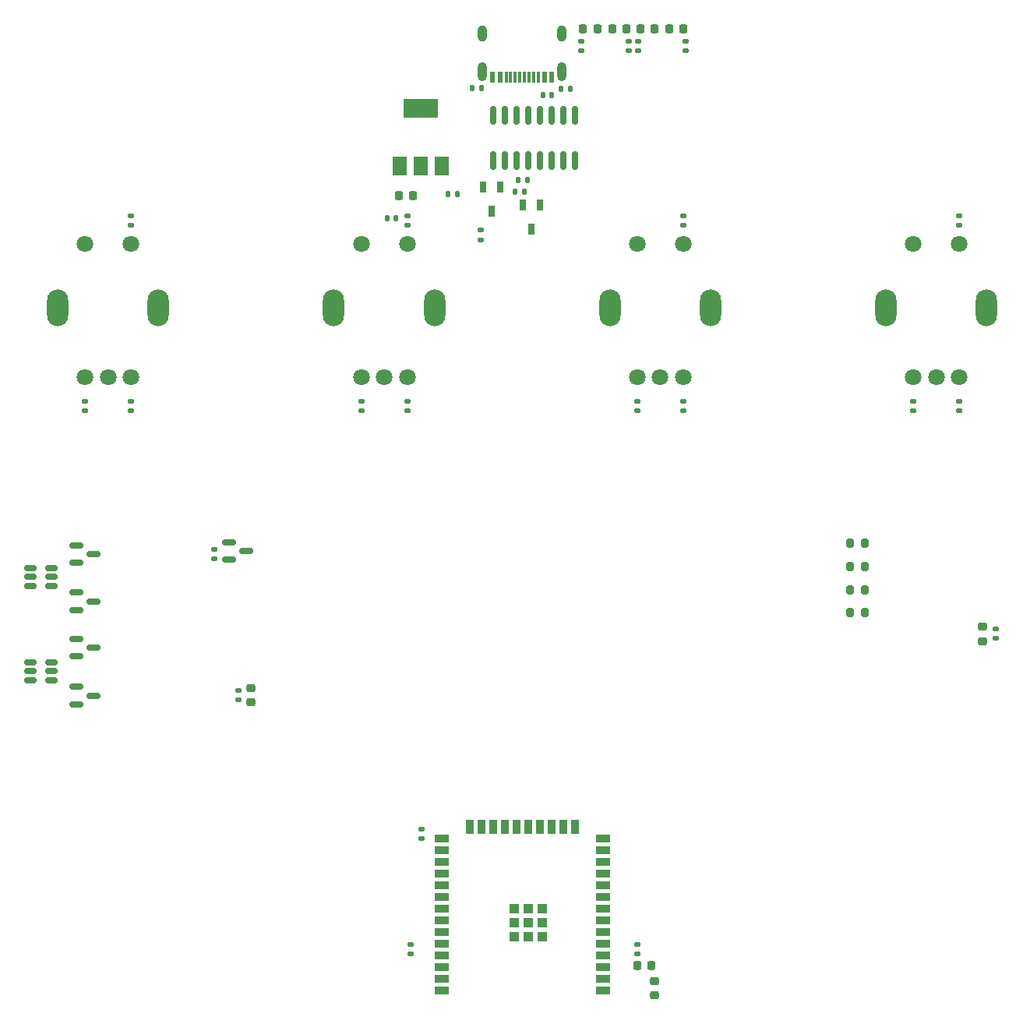
<source format=gbr>
%TF.GenerationSoftware,KiCad,Pcbnew,7.0.1*%
%TF.CreationDate,2023-04-08T17:55:00+02:00*%
%TF.ProjectId,obs-studio-controller,6f62732d-7374-4756-9469-6f2d636f6e74,rev?*%
%TF.SameCoordinates,Original*%
%TF.FileFunction,Paste,Top*%
%TF.FilePolarity,Positive*%
%FSLAX46Y46*%
G04 Gerber Fmt 4.6, Leading zero omitted, Abs format (unit mm)*
G04 Created by KiCad (PCBNEW 7.0.1) date 2023-04-08 17:55:00*
%MOMM*%
%LPD*%
G01*
G04 APERTURE LIST*
G04 Aperture macros list*
%AMRoundRect*
0 Rectangle with rounded corners*
0 $1 Rounding radius*
0 $2 $3 $4 $5 $6 $7 $8 $9 X,Y pos of 4 corners*
0 Add a 4 corners polygon primitive as box body*
4,1,4,$2,$3,$4,$5,$6,$7,$8,$9,$2,$3,0*
0 Add four circle primitives for the rounded corners*
1,1,$1+$1,$2,$3*
1,1,$1+$1,$4,$5*
1,1,$1+$1,$6,$7*
1,1,$1+$1,$8,$9*
0 Add four rect primitives between the rounded corners*
20,1,$1+$1,$2,$3,$4,$5,0*
20,1,$1+$1,$4,$5,$6,$7,0*
20,1,$1+$1,$6,$7,$8,$9,0*
20,1,$1+$1,$8,$9,$2,$3,0*%
G04 Aperture macros list end*
%ADD10RoundRect,0.150000X-0.150000X0.825000X-0.150000X-0.825000X0.150000X-0.825000X0.150000X0.825000X0*%
%ADD11RoundRect,0.135000X-0.185000X0.135000X-0.185000X-0.135000X0.185000X-0.135000X0.185000X0.135000X0*%
%ADD12RoundRect,0.150000X-0.587500X-0.150000X0.587500X-0.150000X0.587500X0.150000X-0.587500X0.150000X0*%
%ADD13C,1.800000*%
%ADD14O,2.300000X4.000000*%
%ADD15R,0.650000X1.220000*%
%ADD16RoundRect,0.218750X0.218750X0.256250X-0.218750X0.256250X-0.218750X-0.256250X0.218750X-0.256250X0*%
%ADD17RoundRect,0.150000X-0.512500X-0.150000X0.512500X-0.150000X0.512500X0.150000X-0.512500X0.150000X0*%
%ADD18RoundRect,0.135000X0.185000X-0.135000X0.185000X0.135000X-0.185000X0.135000X-0.185000X-0.135000X0*%
%ADD19RoundRect,0.140000X0.140000X0.170000X-0.140000X0.170000X-0.140000X-0.170000X0.140000X-0.170000X0*%
%ADD20RoundRect,0.200000X-0.200000X-0.275000X0.200000X-0.275000X0.200000X0.275000X-0.200000X0.275000X0*%
%ADD21RoundRect,0.135000X0.135000X0.185000X-0.135000X0.185000X-0.135000X-0.185000X0.135000X-0.185000X0*%
%ADD22R,1.500000X2.000000*%
%ADD23R,3.800000X2.000000*%
%ADD24RoundRect,0.135000X-0.135000X-0.185000X0.135000X-0.185000X0.135000X0.185000X-0.135000X0.185000X0*%
%ADD25RoundRect,0.218750X-0.218750X-0.256250X0.218750X-0.256250X0.218750X0.256250X-0.218750X0.256250X0*%
%ADD26RoundRect,0.225000X-0.250000X0.225000X-0.250000X-0.225000X0.250000X-0.225000X0.250000X0.225000X0*%
%ADD27RoundRect,0.225000X0.225000X0.250000X-0.225000X0.250000X-0.225000X-0.250000X0.225000X-0.250000X0*%
%ADD28RoundRect,0.225000X0.250000X-0.225000X0.250000X0.225000X-0.250000X0.225000X-0.250000X-0.225000X0*%
%ADD29RoundRect,0.140000X0.170000X-0.140000X0.170000X0.140000X-0.170000X0.140000X-0.170000X-0.140000X0*%
%ADD30R,1.500000X0.900000*%
%ADD31R,0.900000X1.500000*%
%ADD32R,1.050000X1.050000*%
%ADD33O,1.000000X2.100000*%
%ADD34O,1.000000X1.800000*%
%ADD35R,0.600000X1.150000*%
%ADD36R,0.300000X1.150000*%
%ADD37RoundRect,0.140000X-0.140000X-0.170000X0.140000X-0.170000X0.140000X0.170000X-0.140000X0.170000X0*%
%ADD38RoundRect,0.225000X-0.225000X-0.250000X0.225000X-0.250000X0.225000X0.250000X-0.225000X0.250000X0*%
G04 APERTURE END LIST*
D10*
%TO.C,U4*%
X53195000Y28475000D03*
X51925000Y28475000D03*
X50655000Y28475000D03*
X49385000Y28475000D03*
X48115000Y28475000D03*
X46845000Y28475000D03*
X45575000Y28475000D03*
X44305000Y28475000D03*
X44305000Y23525000D03*
X45575000Y23525000D03*
X46845000Y23525000D03*
X48115000Y23525000D03*
X49385000Y23525000D03*
X50655000Y23525000D03*
X51925000Y23525000D03*
X53195000Y23525000D03*
%TD*%
D11*
%TO.C,R5*%
X36550000Y-49090000D03*
X36550000Y-50110000D03*
%TD*%
D12*
%TO.C,D5*%
X-937500Y-33650000D03*
X-937500Y-35550000D03*
X937500Y-34600000D03*
%TD*%
D13*
%TO.C,SW3*%
X60000000Y0D03*
X65000000Y0D03*
X62500000Y0D03*
X60000000Y14500000D03*
X65000000Y14500000D03*
D14*
X57030000Y7500000D03*
X67970000Y7500000D03*
%TD*%
D11*
%TO.C,R4*%
X60000000Y-61640000D03*
X60000000Y-62660000D03*
%TD*%
D15*
%TO.C,Q3*%
X45150000Y20660000D03*
X43250000Y20660000D03*
X44200000Y18040000D03*
%TD*%
D13*
%TO.C,SW1*%
X0Y0D03*
X5000000Y0D03*
X2500000Y0D03*
X0Y14500000D03*
X5000000Y14500000D03*
D14*
X-2970000Y7500000D03*
X7970000Y7500000D03*
%TD*%
D16*
%TO.C,D6*%
X61887500Y37850000D03*
X60312500Y37850000D03*
%TD*%
D11*
%TO.C,R15*%
X35000000Y-2640000D03*
X35000000Y-3660000D03*
%TD*%
D15*
%TO.C,Q2*%
X49440000Y18710000D03*
X47540000Y18710000D03*
X48490000Y16090000D03*
%TD*%
D17*
%TO.C,U2*%
X-5937500Y-20750000D03*
X-5937500Y-21700000D03*
X-5937500Y-22650000D03*
X-3662500Y-22650000D03*
X-3662500Y-21700000D03*
X-3662500Y-20750000D03*
%TD*%
D18*
%TO.C,R30*%
X65250000Y35490000D03*
X65250000Y36510000D03*
%TD*%
D13*
%TO.C,SW2*%
X30000000Y0D03*
X35000000Y0D03*
X32500000Y0D03*
X30000000Y14500000D03*
X35000000Y14500000D03*
D14*
X27030000Y7500000D03*
X37970000Y7500000D03*
%TD*%
D19*
%TO.C,C3*%
X40430000Y19900000D03*
X39470000Y19900000D03*
%TD*%
D20*
%TO.C,R8*%
X83125000Y-23100000D03*
X84775000Y-23100000D03*
%TD*%
%TO.C,R6*%
X83125000Y-18000000D03*
X84775000Y-18000000D03*
%TD*%
D21*
%TO.C,R24*%
X47760000Y20150000D03*
X46740000Y20150000D03*
%TD*%
D22*
%TO.C,U5*%
X34150000Y22950000D03*
X36450000Y22950000D03*
D23*
X36450000Y29250000D03*
D22*
X38750000Y22950000D03*
%TD*%
D11*
%TO.C,R18*%
X65000000Y-2640000D03*
X65000000Y-3660000D03*
%TD*%
D13*
%TO.C,SW4*%
X90000000Y0D03*
X95000000Y0D03*
X92500000Y0D03*
X90000000Y14500000D03*
X95000000Y14500000D03*
D14*
X87030000Y7500000D03*
X97970000Y7500000D03*
%TD*%
D18*
%TO.C,R29*%
X60100000Y35490000D03*
X60100000Y36510000D03*
%TD*%
%TO.C,R31*%
X59050000Y35490000D03*
X59050000Y36510000D03*
%TD*%
D11*
%TO.C,R21*%
X95000000Y-2640000D03*
X95000000Y-3660000D03*
%TD*%
D20*
%TO.C,R7*%
X83125000Y-20550000D03*
X84775000Y-20550000D03*
%TD*%
D24*
%TO.C,R23*%
X47090000Y21400000D03*
X48110000Y21400000D03*
%TD*%
D25*
%TO.C,D7*%
X63462500Y37850000D03*
X65037500Y37850000D03*
%TD*%
D12*
%TO.C,D2*%
X-937500Y-18250000D03*
X-937500Y-20150000D03*
X937500Y-19200000D03*
%TD*%
D17*
%TO.C,U3*%
X-5937500Y-31000000D03*
X-5937500Y-31950000D03*
X-5937500Y-32900000D03*
X-3662500Y-32900000D03*
X-3662500Y-31950000D03*
X-3662500Y-31000000D03*
%TD*%
D26*
%TO.C,C9*%
X18050000Y-33775000D03*
X18050000Y-35325000D03*
%TD*%
D27*
%TO.C,C6*%
X61575000Y-63950000D03*
X60025000Y-63950000D03*
%TD*%
D28*
%TO.C,C4*%
X61850000Y-67175000D03*
X61850000Y-65625000D03*
%TD*%
D11*
%TO.C,R22*%
X95000000Y17510000D03*
X95000000Y16490000D03*
%TD*%
D18*
%TO.C,R14*%
X30000000Y-3660000D03*
X30000000Y-2640000D03*
%TD*%
D28*
%TO.C,C8*%
X97500000Y-28675000D03*
X97500000Y-27125000D03*
%TD*%
D12*
%TO.C,D4*%
X-937500Y-28450000D03*
X-937500Y-30350000D03*
X937500Y-29400000D03*
%TD*%
D11*
%TO.C,R13*%
X14000000Y-18690000D03*
X14000000Y-19710000D03*
%TD*%
%TO.C,R19*%
X65000000Y17510000D03*
X65000000Y16490000D03*
%TD*%
D29*
%TO.C,C7*%
X98950000Y-28330000D03*
X98950000Y-27370000D03*
%TD*%
D18*
%TO.C,R32*%
X53900000Y35490000D03*
X53900000Y36510000D03*
%TD*%
D11*
%TO.C,R28*%
X42950000Y15960000D03*
X42950000Y14940000D03*
%TD*%
D12*
%TO.C,D3*%
X-937500Y-23400000D03*
X-937500Y-25300000D03*
X937500Y-24350000D03*
%TD*%
D18*
%TO.C,R20*%
X90000000Y-3660000D03*
X90000000Y-2640000D03*
%TD*%
%TO.C,R17*%
X60000000Y-3660000D03*
X60000000Y-2640000D03*
%TD*%
D12*
%TO.C,Q1*%
X15612500Y-17950000D03*
X15612500Y-19850000D03*
X17487500Y-18900000D03*
%TD*%
D19*
%TO.C,C5*%
X50730000Y30650000D03*
X49770000Y30650000D03*
%TD*%
D20*
%TO.C,R9*%
X83125000Y-25600000D03*
X84775000Y-25600000D03*
%TD*%
D11*
%TO.C,R16*%
X35000000Y17510000D03*
X35000000Y16490000D03*
%TD*%
%TO.C,R27*%
X35375000Y-61615000D03*
X35375000Y-62635000D03*
%TD*%
D18*
%TO.C,R10*%
X0Y-3660000D03*
X0Y-2640000D03*
%TD*%
D16*
%TO.C,D9*%
X55687500Y37850000D03*
X54112500Y37850000D03*
%TD*%
D24*
%TO.C,R26*%
X42090000Y31400000D03*
X43110000Y31400000D03*
%TD*%
D30*
%TO.C,U1*%
X56250000Y-66635000D03*
X56250000Y-65365000D03*
X56250000Y-64095000D03*
X56250000Y-62825000D03*
X56250000Y-61555000D03*
X56250000Y-60285000D03*
X56250000Y-59015000D03*
X56250000Y-57745000D03*
X56250000Y-56475000D03*
X56250000Y-55205000D03*
X56250000Y-53935000D03*
X56250000Y-52665000D03*
X56250000Y-51395000D03*
X56250000Y-50125000D03*
D31*
X53210000Y-48875000D03*
X51940000Y-48875000D03*
X50670000Y-48875000D03*
X49400000Y-48875000D03*
X48130000Y-48875000D03*
X46860000Y-48875000D03*
X45590000Y-48875000D03*
X44320000Y-48875000D03*
X43050000Y-48875000D03*
X41780000Y-48875000D03*
D30*
X38750000Y-50125000D03*
X38750000Y-51395000D03*
X38750000Y-52665000D03*
X38750000Y-53935000D03*
X38750000Y-55205000D03*
X38750000Y-56475000D03*
X38750000Y-57745000D03*
X38750000Y-59015000D03*
X38750000Y-60285000D03*
X38750000Y-61555000D03*
X38750000Y-62825000D03*
X38750000Y-64095000D03*
X38750000Y-65365000D03*
X38750000Y-66635000D03*
D32*
X49705000Y-60820000D03*
X49705000Y-59295000D03*
X49705000Y-57770000D03*
X48180000Y-60820000D03*
X48180000Y-59295000D03*
X48180000Y-57770000D03*
X46655000Y-60820000D03*
X46655000Y-59295000D03*
X46655000Y-57770000D03*
%TD*%
D33*
%TO.C,USBC1*%
X51820000Y33190000D03*
D34*
X51820000Y37370000D03*
X43180000Y37370000D03*
D33*
X43180000Y33190000D03*
D35*
X50700000Y32630000D03*
X49900000Y32630000D03*
D36*
X48750000Y32630000D03*
X47750000Y32630000D03*
X47250000Y32630000D03*
X46250000Y32630000D03*
D35*
X44300000Y32630000D03*
X45100000Y32630000D03*
D36*
X45750000Y32630000D03*
X46750000Y32630000D03*
X48250000Y32630000D03*
X49250000Y32630000D03*
%TD*%
D24*
%TO.C,R25*%
X51740000Y31350000D03*
X52760000Y31350000D03*
%TD*%
D25*
%TO.C,D8*%
X57262500Y37850000D03*
X58837500Y37850000D03*
%TD*%
D11*
%TO.C,R11*%
X5000000Y-2640000D03*
X5000000Y-3660000D03*
%TD*%
D37*
%TO.C,C2*%
X32820000Y17250000D03*
X33780000Y17250000D03*
%TD*%
D11*
%TO.C,R12*%
X5000000Y17510000D03*
X5000000Y16490000D03*
%TD*%
D29*
%TO.C,C10*%
X16650000Y-35030001D03*
X16650000Y-34070001D03*
%TD*%
D38*
%TO.C,C1*%
X34075000Y19700000D03*
X35625000Y19700000D03*
%TD*%
M02*

</source>
